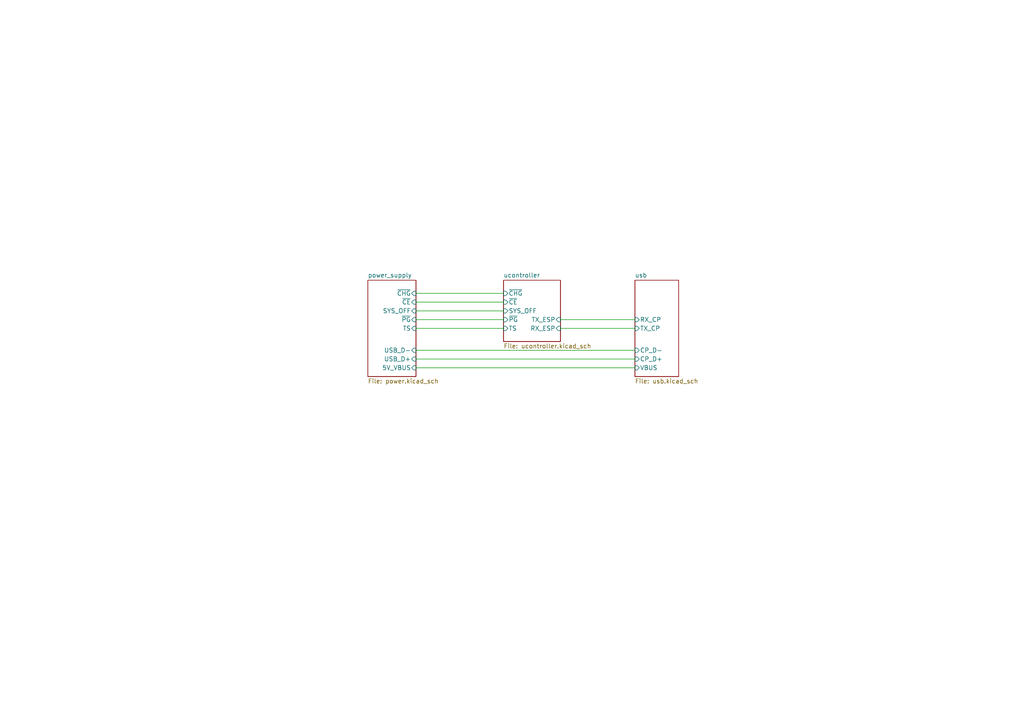
<source format=kicad_sch>
(kicad_sch (version 20211123) (generator eeschema)

  (uuid 8ef09e1e-a8d3-4eff-98b8-08f9bd625502)

  (paper "A4")

  (lib_symbols
  )


  (wire (pts (xy 120.65 101.6) (xy 184.15 101.6))
    (stroke (width 0) (type default) (color 0 0 0 0))
    (uuid 2a4185bd-8b56-4cf1-b1ea-0bf5281dd2a0)
  )
  (wire (pts (xy 120.65 106.68) (xy 184.15 106.68))
    (stroke (width 0) (type default) (color 0 0 0 0))
    (uuid 75fafd8c-308a-47ef-ae4f-84a2d04ff347)
  )
  (wire (pts (xy 120.65 85.09) (xy 146.05 85.09))
    (stroke (width 0) (type default) (color 0 0 0 0))
    (uuid 7fb42c18-5537-4cb0-a109-6c4b926d72c2)
  )
  (wire (pts (xy 120.65 95.25) (xy 146.05 95.25))
    (stroke (width 0) (type default) (color 0 0 0 0))
    (uuid 9378e3e1-1c47-42c7-b17b-af0a2b56e6ee)
  )
  (wire (pts (xy 120.65 92.71) (xy 146.05 92.71))
    (stroke (width 0) (type default) (color 0 0 0 0))
    (uuid 99b7f1f1-5606-48d1-a6c8-9cf0810db637)
  )
  (wire (pts (xy 120.65 104.14) (xy 184.15 104.14))
    (stroke (width 0) (type default) (color 0 0 0 0))
    (uuid cf298215-a708-4de7-8733-f9190d3f93e8)
  )
  (wire (pts (xy 162.56 95.25) (xy 184.15 95.25))
    (stroke (width 0) (type default) (color 0 0 0 0))
    (uuid e35d3f96-1a87-49fe-bf0a-4020a43190be)
  )
  (wire (pts (xy 120.65 90.17) (xy 146.05 90.17))
    (stroke (width 0) (type default) (color 0 0 0 0))
    (uuid f1b8125e-6a71-4a4d-b466-bbe06e98f457)
  )
  (wire (pts (xy 120.65 87.63) (xy 146.05 87.63))
    (stroke (width 0) (type default) (color 0 0 0 0))
    (uuid f39ea645-1a43-40fe-9faf-c00679f5a6f7)
  )
  (wire (pts (xy 162.56 92.71) (xy 184.15 92.71))
    (stroke (width 0) (type default) (color 0 0 0 0))
    (uuid fe16ab49-793b-450c-873f-e5147c5d215b)
  )

  (sheet (at 146.05 81.28) (size 16.51 17.78) (fields_autoplaced)
    (stroke (width 0.1524) (type solid) (color 0 0 0 0))
    (fill (color 0 0 0 0.0000))
    (uuid 11202cf4-7e26-4a63-864b-fd3a08cbccd0)
    (property "Sheet name" "ucontroller" (id 0) (at 146.05 80.5684 0)
      (effects (font (size 1.27 1.27)) (justify left bottom))
    )
    (property "Sheet file" "ucontroller.kicad_sch" (id 1) (at 146.05 99.6446 0)
      (effects (font (size 1.27 1.27)) (justify left top))
    )
    (pin "TX_ESP" input (at 162.56 92.71 0)
      (effects (font (size 1.27 1.27)) (justify right))
      (uuid bb399522-e4b5-4a07-b26b-b882ff612746)
    )
    (pin "RX_ESP" input (at 162.56 95.25 0)
      (effects (font (size 1.27 1.27)) (justify right))
      (uuid d1d0894c-0547-46e8-8f80-220f847e4eac)
    )
    (pin "SYS_OFF" input (at 146.05 90.17 180)
      (effects (font (size 1.27 1.27)) (justify left))
      (uuid bce1be42-3012-4d83-9151-7621b6be34cc)
    )
    (pin "~{CE}" input (at 146.05 87.63 180)
      (effects (font (size 1.27 1.27)) (justify left))
      (uuid c8e31da1-5331-4758-ade3-5e7e94916407)
    )
    (pin "TS" input (at 146.05 95.25 180)
      (effects (font (size 1.27 1.27)) (justify left))
      (uuid a519898e-7725-4f22-ba41-2e52ce273729)
    )
    (pin "~{PG}" input (at 146.05 92.71 180)
      (effects (font (size 1.27 1.27)) (justify left))
      (uuid 54dd0a43-32c7-45e7-bca9-92726f08b0c7)
    )
    (pin "~{CHG}" input (at 146.05 85.09 180)
      (effects (font (size 1.27 1.27)) (justify left))
      (uuid d035d25d-845f-46b7-afc3-cfa4f280a2fa)
    )
  )

  (sheet (at 184.15 81.28) (size 12.7 27.94) (fields_autoplaced)
    (stroke (width 0.1524) (type solid) (color 0 0 0 0))
    (fill (color 0 0 0 0.0000))
    (uuid 4d02a685-69e4-46d7-be51-63e88ee388e6)
    (property "Sheet name" "usb" (id 0) (at 184.15 80.5684 0)
      (effects (font (size 1.27 1.27)) (justify left bottom))
    )
    (property "Sheet file" "usb.kicad_sch" (id 1) (at 184.15 109.8046 0)
      (effects (font (size 1.27 1.27)) (justify left top))
    )
    (pin "RX_CP" input (at 184.15 92.71 180)
      (effects (font (size 1.27 1.27)) (justify left))
      (uuid 27783fb5-5449-4db0-92d7-2ae785970491)
    )
    (pin "TX_CP" input (at 184.15 95.25 180)
      (effects (font (size 1.27 1.27)) (justify left))
      (uuid 586c5c98-a6bd-42d4-8ef7-a8496e81655d)
    )
    (pin "CP_D+" input (at 184.15 104.14 180)
      (effects (font (size 1.27 1.27)) (justify left))
      (uuid d61d1351-8a99-471d-8b5c-3f31f2595a11)
    )
    (pin "CP_D-" input (at 184.15 101.6 180)
      (effects (font (size 1.27 1.27)) (justify left))
      (uuid cb31bc5e-9279-4930-afa6-485ee5c3d85e)
    )
    (pin "VBUS" input (at 184.15 106.68 180)
      (effects (font (size 1.27 1.27)) (justify left))
      (uuid 0e2369dc-c832-4d4a-814f-02d43e1193d8)
    )
  )

  (sheet (at 106.68 81.28) (size 13.97 27.94) (fields_autoplaced)
    (stroke (width 0.1524) (type solid) (color 0 0 0 0))
    (fill (color 0 0 0 0.0000))
    (uuid 576557c4-ef64-4b8f-b30f-1af3610a5c92)
    (property "Sheet name" "power_supply" (id 0) (at 106.68 80.5684 0)
      (effects (font (size 1.27 1.27)) (justify left bottom))
    )
    (property "Sheet file" "power.kicad_sch" (id 1) (at 106.68 109.8046 0)
      (effects (font (size 1.27 1.27)) (justify left top))
    )
    (pin "TS" input (at 120.65 95.25 0)
      (effects (font (size 1.27 1.27)) (justify right))
      (uuid 210e825d-5550-4126-99d4-7d2612728802)
    )
    (pin "~{PG}" input (at 120.65 92.71 0)
      (effects (font (size 1.27 1.27)) (justify right))
      (uuid 4d455a16-c03c-45e0-acb8-c0d7d71f6ad1)
    )
    (pin "~{CHG}" input (at 120.65 85.09 0)
      (effects (font (size 1.27 1.27)) (justify right))
      (uuid 1e5f00ac-6285-4f5c-8d69-7503125089bc)
    )
    (pin "~{CE}" input (at 120.65 87.63 0)
      (effects (font (size 1.27 1.27)) (justify right))
      (uuid efc32b40-0a22-413d-940a-de53fbc07c24)
    )
    (pin "SYS_OFF" input (at 120.65 90.17 0)
      (effects (font (size 1.27 1.27)) (justify right))
      (uuid d31a6d88-33b2-42f9-976f-b9cca77e9aff)
    )
    (pin "USB_D-" input (at 120.65 101.6 0)
      (effects (font (size 1.27 1.27)) (justify right))
      (uuid 0b2988dc-33cb-4d7c-aafc-1bbf786e5fe2)
    )
    (pin "USB_D+" input (at 120.65 104.14 0)
      (effects (font (size 1.27 1.27)) (justify right))
      (uuid c38de571-cc4b-4ce6-a15e-5b6aeb5bfb28)
    )
    (pin "5V_VBUS" input (at 120.65 106.68 0)
      (effects (font (size 1.27 1.27)) (justify right))
      (uuid bd08fca8-3f32-4bd1-a1a0-a19c3d083aa8)
    )
  )

  (sheet_instances
    (path "/" (page "1"))
    (path "/576557c4-ef64-4b8f-b30f-1af3610a5c92" (page "2"))
    (path "/11202cf4-7e26-4a63-864b-fd3a08cbccd0" (page "3"))
    (path "/4d02a685-69e4-46d7-be51-63e88ee388e6" (page "4"))
  )

  (symbol_instances
    (path "/576557c4-ef64-4b8f-b30f-1af3610a5c92/829cc5f8-429a-4c59-abb0-73c9f1eefaeb"
      (reference "#PWR01") (unit 1) (value "GND") (footprint "")
    )
    (path "/576557c4-ef64-4b8f-b30f-1af3610a5c92/6ab20f8f-a826-474b-9691-6b3bcdf2f3cd"
      (reference "#PWR02") (unit 1) (value "GND") (footprint "")
    )
    (path "/576557c4-ef64-4b8f-b30f-1af3610a5c92/235dfcc7-8a41-4d5b-8361-46de5bc12fb1"
      (reference "#PWR04") (unit 1) (value "+5V") (footprint "")
    )
    (path "/576557c4-ef64-4b8f-b30f-1af3610a5c92/be06fa20-5380-41c9-9146-2fd8905dcbea"
      (reference "#PWR05") (unit 1) (value "+5V") (footprint "")
    )
    (path "/576557c4-ef64-4b8f-b30f-1af3610a5c92/19272a55-ea35-40f0-b4e5-93d47edff5cb"
      (reference "#PWR06") (unit 1) (value "+5V") (footprint "")
    )
    (path "/576557c4-ef64-4b8f-b30f-1af3610a5c92/c36483d5-bced-4b07-aa55-f4a902d27c27"
      (reference "#PWR07") (unit 1) (value "GND") (footprint "")
    )
    (path "/576557c4-ef64-4b8f-b30f-1af3610a5c92/03f49518-3688-4f85-ae56-ff1b6b52f56e"
      (reference "#PWR08") (unit 1) (value "GND") (footprint "")
    )
    (path "/576557c4-ef64-4b8f-b30f-1af3610a5c92/4a44b2a9-8827-4d86-92a8-873b6169c1fd"
      (reference "#PWR09") (unit 1) (value "GND") (footprint "")
    )
    (path "/576557c4-ef64-4b8f-b30f-1af3610a5c92/13f5a5d1-3759-46f5-b471-fcac147bd8c4"
      (reference "#PWR010") (unit 1) (value "GND") (footprint "")
    )
    (path "/576557c4-ef64-4b8f-b30f-1af3610a5c92/ed550d28-9283-422b-8c65-c5e7ae6a4052"
      (reference "#PWR011") (unit 1) (value "GND") (footprint "")
    )
    (path "/576557c4-ef64-4b8f-b30f-1af3610a5c92/0f993460-9016-4cfc-add5-462478e4a7a5"
      (reference "#PWR013") (unit 1) (value "GND") (footprint "")
    )
    (path "/576557c4-ef64-4b8f-b30f-1af3610a5c92/7d70f145-33c9-4d7a-b942-09506a586f75"
      (reference "#PWR014") (unit 1) (value "GND") (footprint "")
    )
    (path "/576557c4-ef64-4b8f-b30f-1af3610a5c92/1030db99-e4a1-4d67-a4b0-7c02125e974f"
      (reference "#PWR015") (unit 1) (value "GND") (footprint "")
    )
    (path "/576557c4-ef64-4b8f-b30f-1af3610a5c92/06e6e4fc-384e-4b9e-8bb5-1054fb9cfc93"
      (reference "#PWR016") (unit 1) (value "+5V") (footprint "")
    )
    (path "/576557c4-ef64-4b8f-b30f-1af3610a5c92/82e49c80-d820-46bc-88c6-7819a38b7b46"
      (reference "#PWR017") (unit 1) (value "+5V") (footprint "")
    )
    (path "/576557c4-ef64-4b8f-b30f-1af3610a5c92/b489ade5-d31b-4e6d-a639-e08f39048b62"
      (reference "#PWR018") (unit 1) (value "+5V") (footprint "")
    )
    (path "/576557c4-ef64-4b8f-b30f-1af3610a5c92/15f91a84-40ca-4306-a44d-d90cf967c8fe"
      (reference "#PWR019") (unit 1) (value "+5V") (footprint "")
    )
    (path "/576557c4-ef64-4b8f-b30f-1af3610a5c92/022ab15b-c35f-444b-9f25-47cf75638787"
      (reference "#PWR020") (unit 1) (value "+BATT") (footprint "")
    )
    (path "/576557c4-ef64-4b8f-b30f-1af3610a5c92/7a501718-3c51-4bb3-816b-25d1b0a62cd9"
      (reference "#PWR021") (unit 1) (value "+BATT") (footprint "")
    )
    (path "/576557c4-ef64-4b8f-b30f-1af3610a5c92/a77abf1a-33ea-4cbf-a7e7-6626b96850e8"
      (reference "#PWR022") (unit 1) (value "+BATT") (footprint "")
    )
    (path "/576557c4-ef64-4b8f-b30f-1af3610a5c92/cc8729cd-b199-4f2d-ad2d-d78afbf01d8d"
      (reference "#PWR023") (unit 1) (value "+BATT") (footprint "")
    )
    (path "/576557c4-ef64-4b8f-b30f-1af3610a5c92/49ff5a63-1407-48e5-8bd8-b0740c373474"
      (reference "#PWR024") (unit 1) (value "GND") (footprint "")
    )
    (path "/576557c4-ef64-4b8f-b30f-1af3610a5c92/e7856501-63af-4894-80f1-501fe4ac8f31"
      (reference "#PWR025") (unit 1) (value "+5V") (footprint "")
    )
    (path "/576557c4-ef64-4b8f-b30f-1af3610a5c92/6c839d67-add2-4b60-beed-764858a80db5"
      (reference "#PWR026") (unit 1) (value "+5V") (footprint "")
    )
    (path "/576557c4-ef64-4b8f-b30f-1af3610a5c92/bb9f931c-8f72-44d2-959d-5ae3a74b6995"
      (reference "#PWR027") (unit 1) (value "+3V3") (footprint "")
    )
    (path "/576557c4-ef64-4b8f-b30f-1af3610a5c92/85838a45-b4f1-47ac-94b6-313b313eba7d"
      (reference "#PWR028") (unit 1) (value "+5V") (footprint "")
    )
    (path "/576557c4-ef64-4b8f-b30f-1af3610a5c92/2419f776-0a26-481d-af77-8dbd6ff5e20b"
      (reference "#PWR029") (unit 1) (value "GND") (footprint "")
    )
    (path "/576557c4-ef64-4b8f-b30f-1af3610a5c92/8a4c1c1f-0f0c-4b15-9f06-9cc10f7f95fe"
      (reference "#PWR030") (unit 1) (value "GND") (footprint "")
    )
    (path "/576557c4-ef64-4b8f-b30f-1af3610a5c92/c33119b8-79e6-4a9b-be80-77c3cf5448b1"
      (reference "#PWR031") (unit 1) (value "GND") (footprint "")
    )
    (path "/576557c4-ef64-4b8f-b30f-1af3610a5c92/17373430-1e8f-4078-934d-425297b8f369"
      (reference "#PWR032") (unit 1) (value "GND") (footprint "")
    )
    (path "/576557c4-ef64-4b8f-b30f-1af3610a5c92/33beea3e-ff32-4ea4-a7b6-6a5779d6fc71"
      (reference "#PWR033") (unit 1) (value "GND") (footprint "")
    )
    (path "/576557c4-ef64-4b8f-b30f-1af3610a5c92/2d2670cc-91b6-469c-86e7-eadd4897233e"
      (reference "#PWR034") (unit 1) (value "GND") (footprint "")
    )
    (path "/576557c4-ef64-4b8f-b30f-1af3610a5c92/6b235fb7-e925-4fbf-8674-3197309d7695"
      (reference "#PWR035") (unit 1) (value "GND") (footprint "")
    )
    (path "/576557c4-ef64-4b8f-b30f-1af3610a5c92/2aa682cd-26af-4aa3-addc-e407a6505c68"
      (reference "#PWR036") (unit 1) (value "GND") (footprint "")
    )
    (path "/576557c4-ef64-4b8f-b30f-1af3610a5c92/f014edc3-9f9b-406a-8125-8885c97c8e2a"
      (reference "#PWR037") (unit 1) (value "GND") (footprint "")
    )
    (path "/576557c4-ef64-4b8f-b30f-1af3610a5c92/4be9e6da-31b4-4039-b52a-8f65f6ae9c06"
      (reference "#PWR038") (unit 1) (value "+BATT") (footprint "")
    )
    (path "/576557c4-ef64-4b8f-b30f-1af3610a5c92/b3754867-058f-40f6-a114-4aabb54b6868"
      (reference "#PWR039") (unit 1) (value "GND") (footprint "")
    )
    (path "/11202cf4-7e26-4a63-864b-fd3a08cbccd0/5c8b4367-8893-4071-a748-84f4b3586761"
      (reference "#PWR040") (unit 1) (value "+3V3") (footprint "")
    )
    (path "/11202cf4-7e26-4a63-864b-fd3a08cbccd0/d65907ec-0b07-4ebe-bdf8-285a31ab52a5"
      (reference "#PWR041") (unit 1) (value "GND") (footprint "")
    )
    (path "/11202cf4-7e26-4a63-864b-fd3a08cbccd0/846fdebe-1695-4787-ac58-b490042f5e3a"
      (reference "#PWR042") (unit 1) (value "+3V3") (footprint "")
    )
    (path "/11202cf4-7e26-4a63-864b-fd3a08cbccd0/4186bbeb-7b92-4873-89cc-fd725c740649"
      (reference "#PWR043") (unit 1) (value "GND") (footprint "")
    )
    (path "/11202cf4-7e26-4a63-864b-fd3a08cbccd0/08f347e8-3dcc-417c-9972-2403fce29c82"
      (reference "#PWR044") (unit 1) (value "GND") (footprint "")
    )
    (path "/11202cf4-7e26-4a63-864b-fd3a08cbccd0/5f73dca0-2c5d-42c2-b27a-7401fa864cb7"
      (reference "#PWR045") (unit 1) (value "GND") (footprint "")
    )
    (path "/11202cf4-7e26-4a63-864b-fd3a08cbccd0/63e007fc-ae2d-45ce-8841-83d1d344a8d0"
      (reference "#PWR046") (unit 1) (value "GND") (footprint "")
    )
    (path "/11202cf4-7e26-4a63-864b-fd3a08cbccd0/c12d3e6e-3d24-4c0e-80d9-69178356ff9c"
      (reference "#PWR047") (unit 1) (value "GND") (footprint "")
    )
    (path "/4d02a685-69e4-46d7-be51-63e88ee388e6/09510cec-43dd-4d76-b3ef-45ce60629e84"
      (reference "#PWR048") (unit 1) (value "+5V") (footprint "")
    )
    (path "/4d02a685-69e4-46d7-be51-63e88ee388e6/88e6d2f9-4d19-457c-8eaa-5157df8a27ca"
      (reference "#PWR049") (unit 1) (value "GND") (footprint "")
    )
    (path "/4d02a685-69e4-46d7-be51-63e88ee388e6/c2754986-5a20-4a89-abbd-25caf27000f7"
      (reference "#PWR050") (unit 1) (value "GND") (footprint "")
    )
    (path "/4d02a685-69e4-46d7-be51-63e88ee388e6/7a3331dd-f480-4582-97e2-30b3a522f7ba"
      (reference "#PWR051") (unit 1) (value "GND") (footprint "")
    )
    (path "/4d02a685-69e4-46d7-be51-63e88ee388e6/fbbee5f3-ff93-4c74-b083-46061aff6236"
      (reference "#PWR052") (unit 1) (value "+5V") (footprint "")
    )
    (path "/4d02a685-69e4-46d7-be51-63e88ee388e6/a1acec7e-543c-45e2-803e-8d9f7b201975"
      (reference "#PWR053") (unit 1) (value "GND") (footprint "")
    )
    (path "/4d02a685-69e4-46d7-be51-63e88ee388e6/9097c8f2-28f7-461d-9ef6-c3aa97aedfa3"
      (reference "#PWR054") (unit 1) (value "GND") (footprint "")
    )
    (path "/4d02a685-69e4-46d7-be51-63e88ee388e6/7a9da6ea-fe08-45ac-9407-3124bae3a6fe"
      (reference "#PWR055") (unit 1) (value "GND") (footprint "")
    )
    (path "/576557c4-ef64-4b8f-b30f-1af3610a5c92/7fc72185-b051-4818-ab60-f73be158d597"
      (reference "C1") (unit 1) (value "10u") (footprint "Capacitor_SMD:C_0603_1608Metric")
    )
    (path "/576557c4-ef64-4b8f-b30f-1af3610a5c92/07a7702f-be84-4250-acb9-67cc667294fb"
      (reference "C2") (unit 1) (value "10n") (footprint "Capacitor_SMD:C_0402_1005Metric")
    )
    (path "/576557c4-ef64-4b8f-b30f-1af3610a5c92/f6738551-d3cb-472d-9115-a8c22e533190"
      (reference "C3") (unit 1) (value "0.1u") (footprint "Capacitor_SMD:C_0402_1005Metric")
    )
    (path "/576557c4-ef64-4b8f-b30f-1af3610a5c92/471cf865-52dd-4238-ba47-23219b16529c"
      (reference "C4") (unit 1) (value "22p") (footprint "Capacitor_SMD:C_0402_1005Metric")
    )
    (path "/576557c4-ef64-4b8f-b30f-1af3610a5c92/3e410099-0654-4210-bc8f-e069b6d4ccb2"
      (reference "C5") (unit 1) (value "22p") (footprint "Capacitor_SMD:C_0402_1005Metric")
    )
    (path "/576557c4-ef64-4b8f-b30f-1af3610a5c92/af822506-de54-4593-829e-051d9862c871"
      (reference "C7") (unit 1) (value "0.1u") (footprint "Capacitor_SMD:C_0402_1005Metric")
    )
    (path "/576557c4-ef64-4b8f-b30f-1af3610a5c92/c6e36b18-9806-4fbd-bc8e-10fefa344e2d"
      (reference "C8") (unit 1) (value "0.1u") (footprint "Capacitor_SMD:C_0402_1005Metric")
    )
    (path "/576557c4-ef64-4b8f-b30f-1af3610a5c92/179caae7-2697-4e6b-b2a8-453b564976b7"
      (reference "C9") (unit 1) (value "4.7u") (footprint "Capacitor_SMD:C_0603_1608Metric")
    )
    (path "/576557c4-ef64-4b8f-b30f-1af3610a5c92/118fb748-7554-4422-be54-07a1e8052010"
      (reference "C10") (unit 1) (value "0.1u") (footprint "Capacitor_SMD:C_0402_1005Metric")
    )
    (path "/576557c4-ef64-4b8f-b30f-1af3610a5c92/26f3662b-eadf-454a-bd35-87f470d4058b"
      (reference "C11") (unit 1) (value "0.1u") (footprint "Capacitor_SMD:C_0402_1005Metric")
    )
    (path "/576557c4-ef64-4b8f-b30f-1af3610a5c92/28194dad-c6e1-4f7e-b9e3-df9c54e0b33d"
      (reference "C12") (unit 1) (value "4.7u") (footprint "Capacitor_SMD:C_0603_1608Metric")
    )
    (path "/576557c4-ef64-4b8f-b30f-1af3610a5c92/f272c911-d57b-4f6d-9b52-8bc763bb4cfa"
      (reference "C13") (unit 1) (value "10u") (footprint "Capacitor_SMD:C_0603_1608Metric")
    )
    (path "/576557c4-ef64-4b8f-b30f-1af3610a5c92/570b31e2-57dc-4b73-a834-fee56bb87b39"
      (reference "C14") (unit 1) (value "22u") (footprint "Capacitor_SMD:C_0603_1608Metric")
    )
    (path "/11202cf4-7e26-4a63-864b-fd3a08cbccd0/2ec155fb-9f81-4581-8412-f53760e3ffef"
      (reference "C15") (unit 1) (value "0.1u") (footprint "Capacitor_SMD:C_0402_1005Metric")
    )
    (path "/11202cf4-7e26-4a63-864b-fd3a08cbccd0/53aecea2-3fd3-41bf-868a-5e0e752c50e1"
      (reference "C16") (unit 1) (value "0.1u") (footprint "Capacitor_SMD:C_0402_1005Metric")
    )
    (path "/11202cf4-7e26-4a63-864b-fd3a08cbccd0/9c05f622-19b5-40d2-903b-e584c62158e7"
      (reference "C17") (unit 1) (value "0.1u") (footprint "Capacitor_SMD:C_0402_1005Metric")
    )
    (path "/4d02a685-69e4-46d7-be51-63e88ee388e6/01be99a5-c11a-4c7c-a67e-4f349c2d044c"
      (reference "C18") (unit 1) (value "100n") (footprint "Capacitor_SMD:C_0402_1005Metric")
    )
    (path "/4d02a685-69e4-46d7-be51-63e88ee388e6/6d484183-e12c-47e1-8e81-9420a5509735"
      (reference "C19") (unit 1) (value "100n") (footprint "Capacitor_SMD:C_0402_1005Metric")
    )
    (path "/4d02a685-69e4-46d7-be51-63e88ee388e6/c4004ec9-18ba-4d13-91aa-386c3b52011d"
      (reference "C20") (unit 1) (value "100n") (footprint "Capacitor_SMD:C_0402_1005Metric")
    )
    (path "/576557c4-ef64-4b8f-b30f-1af3610a5c92/baf7b556-24d4-47b4-98ed-f1b45459dea5"
      (reference "D1") (unit 1) (value "LED_RGB") (footprint "LED_SMD:LED_RGB_5050-6")
    )
    (path "/576557c4-ef64-4b8f-b30f-1af3610a5c92/994bbcf5-d7f0-4cd2-9397-dcd15905603b"
      (reference "FB1") (unit 1) (value "600") (footprint "Inductor_SMD:L_0603_1608Metric")
    )
    (path "/576557c4-ef64-4b8f-b30f-1af3610a5c92/ceda7c25-43cd-4945-8968-deade8378878"
      (reference "J1") (unit 1) (value "USB_B_Micro") (footprint "Connector_USB:USB_Micro-B_Amphenol_10103594-0001LF_Horizontal")
    )
    (path "/576557c4-ef64-4b8f-b30f-1af3610a5c92/6c071e6c-53fe-4e45-8629-d52bd0300009"
      (reference "J2") (unit 1) (value "battery") (footprint "Connector:FanPinHeader_1x03_P2.54mm_Vertical")
    )
    (path "/11202cf4-7e26-4a63-864b-fd3a08cbccd0/6adaeb5b-cbac-4df1-9a29-9c2db9830e9a"
      (reference "Q1") (unit 1) (value "Q_NPN_BEC") (footprint "Package_TO_SOT_SMD:SOT-323_SC-70")
    )
    (path "/11202cf4-7e26-4a63-864b-fd3a08cbccd0/70ac29ae-7bbf-4e1b-a249-6c631453a130"
      (reference "Q2") (unit 1) (value "Q_NPN_BEC") (footprint "Package_TO_SOT_SMD:SOT-323_SC-70")
    )
    (path "/576557c4-ef64-4b8f-b30f-1af3610a5c92/18f35687-2f28-4969-9459-0e9c7ec31065"
      (reference "R1") (unit 1) (value "27") (footprint "Resistor_SMD:R_0402_1005Metric")
    )
    (path "/576557c4-ef64-4b8f-b30f-1af3610a5c92/07fc9263-dd91-46fa-83c0-c43e27946e78"
      (reference "R2") (unit 1) (value "27") (footprint "Resistor_SMD:R_0402_1005Metric")
    )
    (path "/576557c4-ef64-4b8f-b30f-1af3610a5c92/890ddec2-f71b-43b9-972f-092a534ded6c"
      (reference "R3") (unit 1) (value "1k") (footprint "Resistor_SMD:R_0402_1005Metric")
    )
    (path "/576557c4-ef64-4b8f-b30f-1af3610a5c92/907beacc-32fb-4c58-b582-a0040b9c5ba1"
      (reference "R4") (unit 1) (value "1k") (footprint "Resistor_SMD:R_0402_1005Metric")
    )
    (path "/576557c4-ef64-4b8f-b30f-1af3610a5c92/e0bc0c01-2a78-46f6-8f0d-8a8278894f67"
      (reference "R5") (unit 1) (value "1.2k") (footprint "Resistor_SMD:R_0402_1005Metric")
    )
    (path "/576557c4-ef64-4b8f-b30f-1af3610a5c92/410e7be6-44e8-45ab-b18e-17dd9b71ecd9"
      (reference "R6") (unit 1) (value "1.2k") (footprint "Resistor_SMD:R_0402_1005Metric")
    )
    (path "/576557c4-ef64-4b8f-b30f-1af3610a5c92/07a535c5-49da-4064-af00-169e0079bae0"
      (reference "R7") (unit 1) (value "10k") (footprint "Resistor_SMD:R_0402_1005Metric")
    )
    (path "/11202cf4-7e26-4a63-864b-fd3a08cbccd0/01edc7cc-ce18-4fbd-8627-aeb794e225a5"
      (reference "R8") (unit 1) (value "10k") (footprint "Resistor_SMD:R_0402_1005Metric")
    )
    (path "/11202cf4-7e26-4a63-864b-fd3a08cbccd0/cd206731-6e26-45ab-b8b5-a11bdaea9f13"
      (reference "R9") (unit 1) (value "10k") (footprint "Resistor_SMD:R_0402_1005Metric")
    )
    (path "/4d02a685-69e4-46d7-be51-63e88ee388e6/a96e1638-d5e5-43d4-b1e7-db5708e00bf5"
      (reference "R10") (unit 1) (value "2k") (footprint "Resistor_SMD:R_0402_1005Metric")
    )
    (path "/4d02a685-69e4-46d7-be51-63e88ee388e6/05c36841-5a21-45a2-b3e7-6e036fe9495e"
      (reference "R11") (unit 1) (value "0") (footprint "Resistor_SMD:R_0402_1005Metric")
    )
    (path "/4d02a685-69e4-46d7-be51-63e88ee388e6/4ba51227-ba17-4643-a185-cdf8043bff47"
      (reference "R12") (unit 1) (value "22k") (footprint "Resistor_SMD:R_0402_1005Metric")
    )
    (path "/4d02a685-69e4-46d7-be51-63e88ee388e6/fb675db1-d139-411c-9b6f-e9f70c31672b"
      (reference "R13") (unit 1) (value "0") (footprint "Resistor_SMD:R_0402_1005Metric")
    )
    (path "/4d02a685-69e4-46d7-be51-63e88ee388e6/354c8b63-5749-4c7c-b584-0097d44de3bc"
      (reference "R14") (unit 1) (value "47k") (footprint "Resistor_SMD:R_0402_1005Metric")
    )
    (path "/4d02a685-69e4-46d7-be51-63e88ee388e6/c1900ca7-d400-44b6-8b1b-49d92d5c4466"
      (reference "R15") (unit 1) (value "10k") (footprint "Resistor_SMD:R_0402_1005Metric")
    )
    (path "/11202cf4-7e26-4a63-864b-fd3a08cbccd0/67a2f48c-f9c6-46d9-bb00-810f366455e2"
      (reference "SW1") (unit 1) (value "SW_Push") (footprint "Button_Switch_SMD:SW_SPST_B3S-1000")
    )
    (path "/11202cf4-7e26-4a63-864b-fd3a08cbccd0/1268cdab-1326-4004-8b00-1fe95f9f8559"
      (reference "SW2") (unit 1) (value "SW_Push") (footprint "Button_Switch_SMD:SW_SPST_B3S-1000")
    )
    (path "/576557c4-ef64-4b8f-b30f-1af3610a5c92/9edd4323-be0d-4708-8a7e-fba00a204970"
      (reference "U1") (unit 1) (value "WE-TVS-82400102") (footprint "Package_TO_SOT_SMD:SOT-23-6")
    )
    (path "/576557c4-ef64-4b8f-b30f-1af3610a5c92/f0bccbda-9d66-422b-8645-9d2ca7aeb6a9"
      (reference "U2") (unit 1) (value "BQ24075RGT") (footprint "Package_DFN_QFN:VQFN-16-1EP_3x3mm_P0.5mm_EP1.6x1.6mm")
    )
    (path "/576557c4-ef64-4b8f-b30f-1af3610a5c92/afe665b4-7e0a-42e7-a2c8-ef043adeed9b"
      (reference "U3") (unit 1) (value "AMS1117-3.3") (footprint "Package_TO_SOT_SMD:SOT-223-3_TabPin2")
    )
    (path "/11202cf4-7e26-4a63-864b-fd3a08cbccd0/9057210f-e612-4dc0-8bb3-c2ec0aeb72ed"
      (reference "U4") (unit 1) (value "ESP32-WROOM-32") (footprint "RF_Module:ESP32-WROOM-32")
    )
    (path "/4d02a685-69e4-46d7-be51-63e88ee388e6/1d82576b-39e9-464c-9b5a-ea5f4418db93"
      (reference "U5") (unit 1) (value "CP2102N-Axx-xQFN24") (footprint "Package_DFN_QFN:QFN-24-1EP_4x4mm_P0.5mm_EP2.6x2.6mm")
    )
  )
)

</source>
